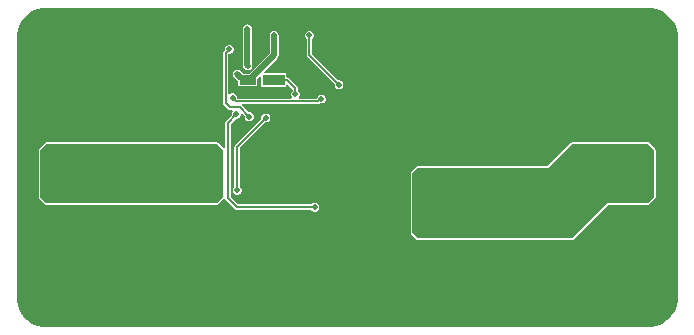
<source format=gbl>
G04*
G04 #@! TF.GenerationSoftware,Altium Limited,Altium Designer,23.4.1 (23)*
G04*
G04 Layer_Physical_Order=4*
G04 Layer_Color=16711680*
%FSLAX44Y44*%
%MOMM*%
G71*
G04*
G04 #@! TF.SameCoordinates,784DB819-4BFE-4B82-8429-40DAF9DCB5A1*
G04*
G04*
G04 #@! TF.FilePolarity,Positive*
G04*
G01*
G75*
%ADD13C,0.2000*%
%ADD28C,0.5000*%
%ADD43R,3.0000X3.0000*%
%ADD44C,3.0000*%
%ADD45C,4.0000*%
%ADD46C,0.5000*%
G04:AMPARAMS|DCode=47|XSize=1mm|YSize=1.8mm|CornerRadius=0.05mm|HoleSize=0mm|Usage=FLASHONLY|Rotation=270.000|XOffset=0mm|YOffset=0mm|HoleType=Round|Shape=RoundedRectangle|*
%AMROUNDEDRECTD47*
21,1,1.0000,1.7000,0,0,270.0*
21,1,0.9000,1.8000,0,0,270.0*
1,1,0.1000,-0.8500,-0.4500*
1,1,0.1000,-0.8500,0.4500*
1,1,0.1000,0.8500,0.4500*
1,1,0.1000,0.8500,-0.4500*
%
%ADD47ROUNDEDRECTD47*%
%ADD48R,1.3208X0.8128*%
%ADD49R,1.8542X0.9398*%
G36*
X537292Y244039D02*
X541842Y242155D01*
X545937Y239419D01*
X549419Y235937D01*
X552155Y231842D01*
X554039Y227292D01*
X555000Y222462D01*
Y220000D01*
Y0D01*
Y-2462D01*
X554039Y-7292D01*
X552155Y-11842D01*
X549419Y-15937D01*
X545937Y-19419D01*
X541842Y-22155D01*
X537292Y-24039D01*
X532462Y-25000D01*
X17538D01*
X12708Y-24039D01*
X8158Y-22155D01*
X4063Y-19419D01*
X581Y-15937D01*
X-2155Y-11842D01*
X-4039Y-7292D01*
X-5000Y-2462D01*
Y0D01*
Y220000D01*
Y222462D01*
X-4039Y227292D01*
X-2155Y231842D01*
X581Y235937D01*
X4063Y239419D01*
X8158Y242155D01*
X12708Y244039D01*
X17538Y245000D01*
X532462D01*
X537292Y244039D01*
D02*
G37*
%LPC*%
G36*
X190500Y231324D02*
X190131Y231250D01*
X189754D01*
X189406Y231106D01*
X189037Y231032D01*
X188724Y230823D01*
X188376Y230679D01*
X188110Y230413D01*
X187796Y230204D01*
X187587Y229890D01*
X187321Y229624D01*
X187177Y229276D01*
X186968Y228963D01*
X186894Y228594D01*
X186750Y228246D01*
Y227869D01*
X186677Y227500D01*
Y196500D01*
X186968Y195037D01*
X187796Y193796D01*
X188296Y193296D01*
X188610Y193087D01*
X188876Y192821D01*
X189224Y192677D01*
X189537Y192468D01*
X189906Y192394D01*
X190254Y192250D01*
X190631D01*
X191000Y192177D01*
X191369Y192250D01*
X191746D01*
X192094Y192394D01*
X192463Y192468D01*
X192776Y192677D01*
X193124Y192821D01*
X193390Y193087D01*
X193704Y193296D01*
X193913Y193610D01*
X194179Y193876D01*
X194323Y194224D01*
X194532Y194537D01*
X194606Y194906D01*
X194750Y195254D01*
Y195631D01*
X194823Y196000D01*
X194750Y196369D01*
Y196746D01*
X194606Y197094D01*
X194532Y197463D01*
X194324Y197776D01*
Y227500D01*
X194250Y227869D01*
Y228246D01*
X194106Y228594D01*
X194032Y228963D01*
X193823Y229276D01*
X193679Y229624D01*
X193413Y229890D01*
X193204Y230204D01*
X192890Y230413D01*
X192624Y230679D01*
X192276Y230823D01*
X191963Y231032D01*
X191594Y231106D01*
X191246Y231250D01*
X190869D01*
X190500Y231324D01*
D02*
G37*
G36*
X213000Y225823D02*
X212631Y225750D01*
X212254D01*
X211906Y225606D01*
X211537Y225532D01*
X211224Y225323D01*
X210876Y225179D01*
X210610Y224913D01*
X210296Y224704D01*
X210087Y224391D01*
X209821Y224124D01*
X209677Y223776D01*
X209468Y223463D01*
X209394Y223094D01*
X209250Y222746D01*
Y222369D01*
X209177Y222000D01*
Y206584D01*
X191954Y189362D01*
X191923Y189314D01*
X189359D01*
X188990Y189387D01*
X187020D01*
X184704Y191704D01*
X184390Y191913D01*
X184124Y192179D01*
X183776Y192323D01*
X183463Y192532D01*
X183094Y192606D01*
X182746Y192750D01*
X182369D01*
X182000Y192824D01*
X181631Y192750D01*
X181254D01*
X180906Y192606D01*
X180537Y192532D01*
X180224Y192323D01*
X179876Y192179D01*
X179610Y191913D01*
X179296Y191704D01*
X179087Y191390D01*
X178821Y191124D01*
X178677Y190776D01*
X178468Y190463D01*
X178394Y190094D01*
X178250Y189746D01*
Y189369D01*
X178176Y189000D01*
X178250Y188631D01*
Y188254D01*
X178394Y187906D01*
X178468Y187537D01*
X178677Y187224D01*
X178821Y186876D01*
X179087Y186610D01*
X179296Y186296D01*
X182700Y182893D01*
Y178686D01*
X198408D01*
Y185001D01*
X201085Y187677D01*
X202258Y187191D01*
Y178051D01*
X223300D01*
Y179796D01*
X224473Y180282D01*
X228706Y176050D01*
Y175009D01*
X227821Y174124D01*
X227250Y172746D01*
Y171254D01*
X227821Y169876D01*
X228133Y169564D01*
X227607Y168294D01*
X181950D01*
X181750Y168494D01*
Y169746D01*
X181179Y171124D01*
X180124Y172179D01*
X178746Y172750D01*
X177254D01*
X175876Y172179D01*
X175564Y171867D01*
X174294Y172393D01*
Y206050D01*
X174494Y206250D01*
X175746D01*
X177124Y206821D01*
X178179Y207876D01*
X178750Y209254D01*
Y210746D01*
X178179Y212124D01*
X177124Y213179D01*
X175746Y213750D01*
X174254D01*
X172876Y213179D01*
X171821Y212124D01*
X171250Y210746D01*
Y209494D01*
X170378Y208622D01*
X169881Y207878D01*
X169706Y207000D01*
Y165000D01*
X169881Y164122D01*
X170378Y163378D01*
X174378Y159378D01*
X175122Y158881D01*
X176000Y158706D01*
X177607D01*
X178133Y157436D01*
X177821Y157124D01*
X177250Y155746D01*
Y154494D01*
X172378Y149622D01*
X171881Y148878D01*
X171706Y148000D01*
Y127004D01*
X170436Y126477D01*
X165957Y130957D01*
X165000Y131353D01*
X20000D01*
X19043Y130957D01*
X14043Y125957D01*
X13647Y125000D01*
Y85000D01*
X14043Y84043D01*
X19043Y79043D01*
X20000Y78647D01*
X165000D01*
X165957Y79043D01*
X170494Y83581D01*
X171869Y83180D01*
X171881Y83122D01*
X172378Y82378D01*
X179878Y74878D01*
X180622Y74380D01*
X181500Y74206D01*
X244491D01*
X245376Y73321D01*
X246754Y72750D01*
X248246D01*
X249624Y73321D01*
X250679Y74376D01*
X251250Y75754D01*
Y77246D01*
X250679Y78624D01*
X249624Y79679D01*
X248246Y80250D01*
X246754D01*
X245376Y79679D01*
X244491Y78794D01*
X182450D01*
X176294Y84950D01*
Y147050D01*
X180494Y151250D01*
X181746D01*
X183124Y151821D01*
X184179Y152876D01*
X184750Y154254D01*
Y155210D01*
X186020Y155736D01*
X188250Y153506D01*
Y152254D01*
X188821Y150876D01*
X189876Y149821D01*
X191254Y149250D01*
X192746D01*
X194124Y149821D01*
X195179Y150876D01*
X195750Y152254D01*
Y153746D01*
X195179Y155124D01*
X194124Y156179D01*
X192746Y156750D01*
X191494D01*
X185808Y162436D01*
X185962Y163177D01*
X186286Y163706D01*
X250328D01*
X251206Y163881D01*
X251949Y164377D01*
X252254Y164250D01*
X253746D01*
X255124Y164821D01*
X256179Y165876D01*
X256750Y167254D01*
Y168746D01*
X256179Y170124D01*
X255124Y171179D01*
X253746Y171750D01*
X252254D01*
X250876Y171179D01*
X249821Y170124D01*
X249250Y168746D01*
Y168294D01*
X234393D01*
X233867Y169564D01*
X234179Y169876D01*
X234750Y171254D01*
Y172746D01*
X234179Y174124D01*
X233294Y175009D01*
Y177000D01*
X233119Y177878D01*
X232622Y178622D01*
X225622Y185622D01*
X224878Y186119D01*
X224000Y186294D01*
X223300D01*
Y189949D01*
X205016D01*
X204529Y191122D01*
X215704Y202296D01*
X216532Y203537D01*
X216824Y205000D01*
Y222000D01*
X216750Y222369D01*
Y222746D01*
X216606Y223094D01*
X216532Y223463D01*
X216323Y223776D01*
X216179Y224124D01*
X215913Y224391D01*
X215704Y224704D01*
X215390Y224913D01*
X215124Y225179D01*
X214776Y225323D01*
X214463Y225532D01*
X214094Y225606D01*
X213746Y225750D01*
X213369D01*
X213000Y225823D01*
D02*
G37*
G36*
X243746Y225750D02*
X242254D01*
X240876Y225179D01*
X239821Y224124D01*
X239250Y222746D01*
Y221254D01*
X239821Y219876D01*
X240706Y218991D01*
Y205000D01*
X240881Y204122D01*
X241378Y203378D01*
X264250Y180506D01*
Y179254D01*
X264821Y177876D01*
X265876Y176821D01*
X267254Y176250D01*
X268746D01*
X270124Y176821D01*
X271179Y177876D01*
X271750Y179254D01*
Y180746D01*
X271179Y182124D01*
X270124Y183179D01*
X268746Y183750D01*
X267494D01*
X245294Y205950D01*
Y218991D01*
X246179Y219876D01*
X246750Y221254D01*
Y222746D01*
X246179Y224124D01*
X245124Y225179D01*
X243746Y225750D01*
D02*
G37*
G36*
X465000Y131353D02*
X464043Y130957D01*
X444440Y111353D01*
X335000Y111353D01*
X334043Y110957D01*
X329043Y105957D01*
X328647Y105000D01*
X328647Y55000D01*
X329043Y54043D01*
X334043Y49043D01*
X335000Y48647D01*
X465000D01*
X465957Y49043D01*
X495560Y78647D01*
X530000D01*
X530957Y79043D01*
X535957Y84043D01*
X536353Y85000D01*
Y125000D01*
X535957Y125957D01*
X530957Y130957D01*
X530000Y131353D01*
X465000Y131353D01*
D02*
G37*
G36*
X206746Y155750D02*
X205254D01*
X203876Y155179D01*
X202821Y154124D01*
X202250Y152746D01*
Y151494D01*
X180128Y129372D01*
X179631Y128628D01*
X179456Y127750D01*
Y93759D01*
X178571Y92874D01*
X178000Y91496D01*
Y90004D01*
X178571Y88626D01*
X179626Y87571D01*
X181004Y87000D01*
X182496D01*
X183874Y87571D01*
X184929Y88626D01*
X185500Y90004D01*
Y91496D01*
X184929Y92874D01*
X184044Y93759D01*
Y126800D01*
X205494Y148250D01*
X206746D01*
X208124Y148821D01*
X209179Y149876D01*
X209750Y151254D01*
Y152746D01*
X209179Y154124D01*
X208124Y155179D01*
X206746Y155750D01*
D02*
G37*
%LPD*%
G36*
X170000Y125000D02*
Y85000D01*
X165000Y80000D01*
X20000D01*
X15000Y85000D01*
Y125000D01*
X20000Y130000D01*
X165000D01*
X170000Y125000D01*
D02*
G37*
G36*
X530000Y130000D02*
X535000Y125000D01*
Y85000D01*
X530000Y80000D01*
X495000D01*
X465000Y50000D01*
X335000D01*
X330000Y55000D01*
X330000Y105000D01*
X335000Y110000D01*
X445000Y110000D01*
X465000Y130000D01*
X530000Y130000D01*
D02*
G37*
D13*
X172000Y207000D02*
X175000Y210000D01*
X172000Y165000D02*
Y207000D01*
Y165000D02*
X176000Y161000D01*
X184000D01*
X192000Y153000D01*
X181750Y90750D02*
Y127750D01*
X206000Y152000D02*
X206000D01*
X181750Y127750D02*
X206000Y152000D01*
X174000Y84000D02*
Y148000D01*
X181000Y155000D01*
X174000Y84000D02*
X181500Y76500D01*
X247500D01*
X181000Y166000D02*
X250328D01*
X252328Y168000D01*
X253000D01*
X243000Y205000D02*
X268000Y180000D01*
X243000Y205000D02*
Y222000D01*
X212779Y184000D02*
X224000D01*
X231000Y172000D02*
Y177000D01*
X224000Y184000D02*
X231000Y177000D01*
X178000Y169000D02*
X181000Y166000D01*
D28*
X194658Y186658D02*
X213000Y205000D01*
Y222000D01*
X185436Y185564D02*
X188990D01*
X182000Y189000D02*
X185436Y185564D01*
X188990D02*
X190554Y184000D01*
X190500Y196500D02*
Y227500D01*
X190554Y184000D02*
X193094D01*
X190500Y196500D02*
X191000Y196000D01*
X193094Y184000D02*
X194658Y185564D01*
Y186658D01*
D43*
X40000Y105000D02*
D03*
X510000D02*
D03*
D44*
X40000Y55000D02*
D03*
X510000D02*
D03*
D45*
X20000Y220000D02*
D03*
X530000Y0D02*
D03*
Y220000D02*
D03*
X20000Y0D02*
D03*
D46*
X70000Y90000D02*
D03*
X85000D02*
D03*
X115000D02*
D03*
X145000D02*
D03*
Y105000D02*
D03*
X130000D02*
D03*
X115000D02*
D03*
X100000D02*
D03*
X85000D02*
D03*
X70000D02*
D03*
Y120000D02*
D03*
X85000D02*
D03*
X100000D02*
D03*
X115000D02*
D03*
X130000D02*
D03*
X145000D02*
D03*
X160000D02*
D03*
Y105000D02*
D03*
X490000Y125000D02*
D03*
Y115000D02*
D03*
Y105000D02*
D03*
Y95000D02*
D03*
Y85000D02*
D03*
X480000Y70000D02*
D03*
Y80000D02*
D03*
Y90000D02*
D03*
Y100000D02*
D03*
Y110000D02*
D03*
Y120000D02*
D03*
X470000Y65000D02*
D03*
Y125000D02*
D03*
Y115000D02*
D03*
Y105000D02*
D03*
Y95000D02*
D03*
Y85000D02*
D03*
Y75000D02*
D03*
X460000D02*
D03*
Y85000D02*
D03*
X450000Y75000D02*
D03*
X440000D02*
D03*
X430000D02*
D03*
X420000D02*
D03*
X410000D02*
D03*
X400000D02*
D03*
X390000D02*
D03*
X450000Y85000D02*
D03*
X440000D02*
D03*
X430000D02*
D03*
X420000D02*
D03*
X410000D02*
D03*
X400000D02*
D03*
X390000D02*
D03*
X380000Y55000D02*
D03*
Y65000D02*
D03*
Y75000D02*
D03*
Y85000D02*
D03*
Y95000D02*
D03*
Y105000D02*
D03*
X370000Y55000D02*
D03*
Y65000D02*
D03*
Y75000D02*
D03*
Y85000D02*
D03*
Y95000D02*
D03*
Y105000D02*
D03*
X360000Y55000D02*
D03*
X350000D02*
D03*
X340000D02*
D03*
X360000Y105000D02*
D03*
X350000D02*
D03*
X340000D02*
D03*
X550000Y20000D02*
D03*
Y200000D02*
D03*
Y170000D02*
D03*
Y140000D02*
D03*
Y110000D02*
D03*
Y80000D02*
D03*
Y50000D02*
D03*
X0D02*
D03*
Y80000D02*
D03*
Y110000D02*
D03*
Y140000D02*
D03*
Y170000D02*
D03*
Y200000D02*
D03*
Y20000D02*
D03*
X50000Y240000D02*
D03*
X500000D02*
D03*
X100000D02*
D03*
X150000D02*
D03*
X200000D02*
D03*
X250000D02*
D03*
X300000D02*
D03*
X350000D02*
D03*
X400000D02*
D03*
X450000D02*
D03*
Y-20000D02*
D03*
X400000D02*
D03*
X350000D02*
D03*
X300000D02*
D03*
X250000D02*
D03*
X200000D02*
D03*
X150000D02*
D03*
X100000D02*
D03*
X500000D02*
D03*
X50000D02*
D03*
X175000Y210000D02*
D03*
X181000Y155000D02*
D03*
X192000Y153000D02*
D03*
X206000Y152000D02*
D03*
X247500Y76500D02*
D03*
X181750Y90750D02*
D03*
X178000Y169000D02*
D03*
X155500Y186500D02*
D03*
X149000Y179000D02*
D03*
X149000Y194000D02*
D03*
X228000Y235000D02*
D03*
X161500Y227500D02*
D03*
X182000Y189000D02*
D03*
X190500Y227500D02*
D03*
X191000Y196000D02*
D03*
X253000Y168000D02*
D03*
X268000Y180000D02*
D03*
X243000Y222000D02*
D03*
X213000D02*
D03*
X231000Y172000D02*
D03*
D47*
X390000Y95000D02*
D03*
Y125000D02*
D03*
X420000Y95000D02*
D03*
Y125000D02*
D03*
X420000Y65000D02*
D03*
Y35000D02*
D03*
X390000Y65000D02*
D03*
Y35000D02*
D03*
X160000Y95000D02*
D03*
Y65000D02*
D03*
X130000Y95000D02*
D03*
Y65000D02*
D03*
X100000Y95000D02*
D03*
Y65000D02*
D03*
D48*
X190554Y184000D02*
D03*
D49*
X212779D02*
D03*
M02*

</source>
